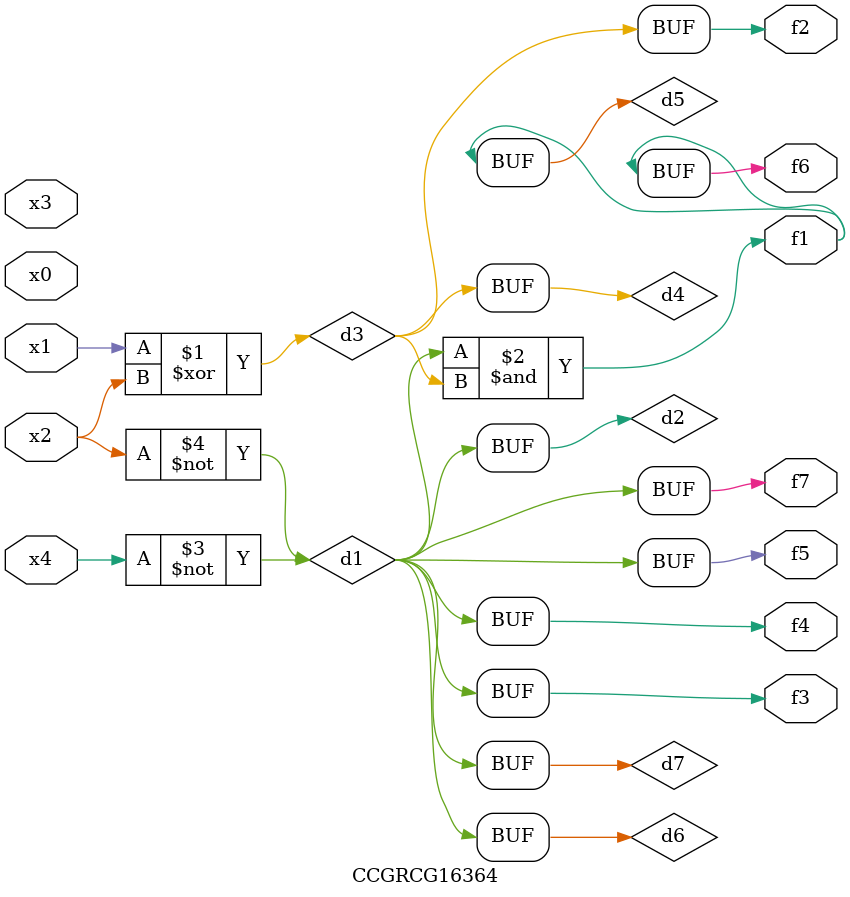
<source format=v>
module CCGRCG16364(
	input x0, x1, x2, x3, x4,
	output f1, f2, f3, f4, f5, f6, f7
);

	wire d1, d2, d3, d4, d5, d6, d7;

	not (d1, x4);
	not (d2, x2);
	xor (d3, x1, x2);
	buf (d4, d3);
	and (d5, d1, d3);
	buf (d6, d1, d2);
	buf (d7, d2);
	assign f1 = d5;
	assign f2 = d4;
	assign f3 = d7;
	assign f4 = d7;
	assign f5 = d7;
	assign f6 = d5;
	assign f7 = d7;
endmodule

</source>
